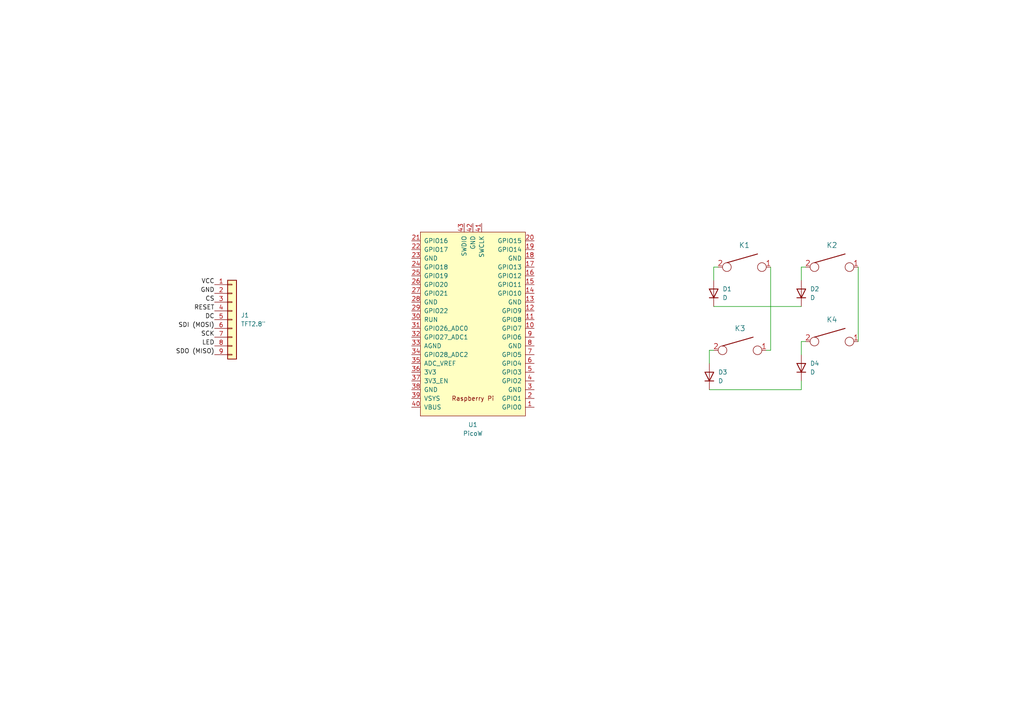
<source format=kicad_sch>
(kicad_sch (version 20231120) (generator "eeschema") (generator_version "8.0")
  (paper "A4")
  (lib_symbols
    (symbol "Connector_Generic:Conn_01x09" (pin_names (offset 1.016) hide)
      (property "Reference" "J" (at 0 12.7 0))
      (property "Value" "Conn_01x09" (at 0 -12.7 0))
      (symbol "Conn_01x09_1_1"
        (rectangle (start -1.27 -10.033) (end 0 -10.287) (stroke (width 0.1524)))
        (rectangle (start -1.27 -7.493) (end 0 -7.747) (stroke (width 0.1524)))
        (rectangle (start -1.27 -4.953) (end 0 -5.207) (stroke (width 0.1524)))
        (rectangle (start -1.27 -2.413) (end 0 -2.667) (stroke (width 0.1524)))
        (rectangle (start -1.27 0.127) (end 0 -0.127) (stroke (width 0.1524)))
        (rectangle (start -1.27 2.667) (end 0 2.413) (stroke (width 0.1524)))
        (rectangle (start -1.27 5.207) (end 0 4.953) (stroke (width 0.1524)))
        (rectangle (start -1.27 7.747) (end 0 7.493) (stroke (width 0.1524)))
        (rectangle (start -1.27 10.287) (end 0 10.033) (stroke (width 0.1524)))
        (rectangle (start -1.27 11.43) (end 1.27 -11.43) (stroke (width 0.254)) (fill (type background)))
        (pin passive line (at -5.08 10.16 0) (length 3.81) (name "Pin_1") (number "1"))
        (pin passive line (at -5.08 7.62 0) (length 3.81) (name "Pin_2") (number "2"))
        (pin passive line (at -5.08 5.08 0) (length 3.81) (name "Pin_3") (number "3"))
        (pin passive line (at -5.08 2.54 0) (length 3.81) (name "Pin_4") (number "4"))
        (pin passive line (at -5.08 0 0) (length 3.81) (name "Pin_5") (number "5"))
        (pin passive line (at -5.08 -2.54 0) (length 3.81) (name "Pin_6") (number "6"))
        (pin passive line (at -5.08 -5.08 0) (length 3.81) (name "Pin_7") (number "7"))
        (pin passive line (at -5.08 -7.62 0) (length 3.81) (name "Pin_8") (number "8"))
        (pin passive line (at -5.08 -10.16 0) (length 3.81) (name "Pin_9") (number "9"))
      )
    )
    (symbol "Device:D" (pin_numbers hide) (pin_names (offset 1.016) hide)
      (property "Reference" "D" (at 0 2.54 0))
      (property "Value" "D" (at 0 -2.54 0))
      (symbol "D_0_1"
        (polyline (pts (xy -1.27 1.27) (xy -1.27 -1.27)) (stroke (width 0.254)))
        (polyline (pts (xy 1.27 0) (xy -1.27 0)))
        (polyline (pts (xy 1.27 1.27) (xy 1.27 -1.27) (xy -1.27 0) (xy 1.27 1.27)) (stroke (width 0.254)))
      )
      (symbol "D_1_1"
        (pin passive line (at -3.81 0 0) (length 2.54) (name "K") (number "1"))
        (pin passive line (at 3.81 0 180) (length 2.54) (name "A") (number "2"))
      )
    )
    (symbol "RPi_Pico:PicoW" (pin_names (offset 1.016))
      (property "Reference" "U" (at -13.97 27.94 0))
      (property "Value" "PicoW" (at 0 19.05 0))
      (symbol "PicoW_0_0"
        (text "Raspberry Pi" (at 0 21.59 0) (effects (font (size 1.27 1.27))))
      )
      (symbol "PicoW_0_1"
        (rectangle (start -15.24 26.67) (end 15.24 -26.67) (fill (type background)))
      )
      (symbol "PicoW_1_1"
        (pin bidirectional line (at -17.78 24.13 0) (length 2.54) (name "GPIO0") (number "1"))
        (pin bidirectional line (at -17.78 1.27 0) (length 2.54) (name "GPIO7") (number "10"))
        (pin bidirectional line (at -17.78 -1.27 0) (length 2.54) (name "GPIO8") (number "11"))
        (pin bidirectional line (at -17.78 -3.81 0) (length 2.54) (name "GPIO9") (number "12"))
        (pin power_in line (at -17.78 -6.35 0) (length 2.54) (name "GND") (number "13"))
        (pin bidirectional line (at -17.78 -8.89 0) (length 2.54) (name "GPIO10") (number "14"))
        (pin bidirectional line (at -17.78 -11.43 0) (length 2.54) (name "GPIO11") (number "15"))
        (pin bidirectional line (at -17.78 -13.97 0) (length 2.54) (name "GPIO12") (number "16"))
        (pin bidirectional line (at -17.78 -16.51 0) (length 2.54) (name "GPIO13") (number "17"))
        (pin power_in line (at -17.78 -19.05 0) (length 2.54) (name "GND") (number "18"))
        (pin bidirectional line (at -17.78 -21.59 0) (length 2.54) (name "GPIO14") (number "19"))
        (pin bidirectional line (at -17.78 21.59 0) (length 2.54) (name "GPIO1") (number "2"))
        (pin bidirectional line (at -17.78 -24.13 0) (length 2.54) (name "GPIO15") (number "20"))
        (pin bidirectional line (at 17.78 -24.13 180) (length 2.54) (name "GPIO16") (number "21"))
        (pin bidirectional line (at 17.78 -21.59 180) (length 2.54) (name "GPIO17") (number "22"))
        (pin power_in line (at 17.78 -19.05 180) (length 2.54) (name "GND") (number "23"))
        (pin bidirectional line (at 17.78 -16.51 180) (length 2.54) (name "GPIO18") (number "24"))
        (pin bidirectional line (at 17.78 -13.97 180) (length 2.54) (name "GPIO19") (number "25"))
        (pin bidirectional line (at 17.78 -11.43 180) (length 2.54) (name "GPIO20") (number "26"))
        (pin bidirectional line (at 17.78 -8.89 180) (length 2.54) (name "GPIO21") (number "27"))
        (pin power_in line (at 17.78 -6.35 180) (length 2.54) (name "GND") (number "28"))
        (pin bidirectional line (at 17.78 -3.81 180) (length 2.54) (name "GPIO22") (number "29"))
        (pin power_in line (at -17.78 19.05 0) (length 2.54) (name "GND") (number "3"))
        (pin input line (at 17.78 -1.27 180) (length 2.54) (name "RUN") (number "30"))
        (pin bidirectional line (at 17.78 1.27 180) (length 2.54) (name "GPIO26_ADC0") (number "31"))
        (pin bidirectional line (at 17.78 3.81 180) (length 2.54) (name "GPIO27_ADC1") (number "32"))
        (pin power_in line (at 17.78 6.35 180) (length 2.54) (name "AGND") (number "33"))
        (pin bidirectional line (at 17.78 8.89 180) (length 2.54) (name "GPIO28_ADC2") (number "34"))
        (pin unspecified line (at 17.78 11.43 180) (length 2.54) (name "ADC_VREF") (number "35"))
        (pin unspecified line (at 17.78 13.97 180) (length 2.54) (name "3V3") (number "36"))
        (pin input line (at 17.78 16.51 180) (length 2.54) (name "3V3_EN") (number "37"))
        (pin bidirectional line (at 17.78 19.05 180) (length 2.54) (name "GND") (number "38"))
        (pin unspecified line (at 17.78 21.59 180) (length 2.54) (name "VSYS") (number "39"))
        (pin bidirectional line (at -17.78 16.51 0) (length 2.54) (name "GPIO2") (number "4"))
        (pin unspecified line (at 17.78 24.13 180) (length 2.54) (name "VBUS") (number "40"))
        (pin input line (at -2.54 -29.21 90) (length 2.54) (name "SWCLK") (number "41"))
        (pin power_in line (at 0 -29.21 90) (length 2.54) (name "GND") (number "42"))
        (pin bidirectional line (at 2.54 -29.21 90) (length 2.54) (name "SWDIO") (number "43"))
        (pin bidirectional line (at -17.78 13.97 0) (length 2.54) (name "GPIO3") (number "5"))
        (pin bidirectional line (at -17.78 11.43 0) (length 2.54) (name "GPIO4") (number "6"))
        (pin bidirectional line (at -17.78 8.89 0) (length 2.54) (name "GPIO5") (number "7"))
        (pin power_in line (at -17.78 6.35 0) (length 2.54) (name "GND") (number "8"))
        (pin bidirectional line (at -17.78 3.81 0) (length 2.54) (name "GPIO6") (number "9"))
      )
    )
    (symbol "keyboard_parts:KEYSW" (pin_names (offset 1.016))
      (property "Reference" "K?" (at -1.27 0 0))
      (symbol "KEYSW_0_1"
        (circle (center -5.08 0) (radius 1.27))
        (polyline (pts (xy -5.08 1.27) (xy 3.81 3.81)) (stroke (width 0.254)))
        (circle (center 5.08 0) (radius 1.27))
      )
      (symbol "KEYSW_1_1"
        (pin passive line (at 7.62 0 180) (length 1.27) (name "~") (number "1"))
        (pin passive line (at -7.62 0 0) (length 1.27) (name "~") (number "2"))
      )
    )
  )
  (wire (pts (xy 232.41 113.03) (xy 232.41 110.49)))
  (wire (pts (xy 232.41 102.87) (xy 232.41 99.06)))
  (wire (pts (xy 248.92 77.47) (xy 248.92 99.06)))
  (wire (pts (xy 207.01 81.28) (xy 207.01 77.47)))
  (wire (pts (xy 207.01 77.47) (xy 208.28 77.47)))
  (wire (pts (xy 223.52 101.6) (xy 222.25 101.6)))
  (wire (pts (xy 232.41 77.47) (xy 233.68 77.47)))
  (wire (pts (xy 232.41 81.28) (xy 232.41 77.47)))
  (wire (pts (xy 205.74 101.6) (xy 207.01 101.6)))
  (wire (pts (xy 223.52 77.47) (xy 223.52 101.6)))
  (wire (pts (xy 205.74 105.41) (xy 205.74 101.6)))
  (wire (pts (xy 205.74 113.03) (xy 232.41 113.03)))
  (wire (pts (xy 207.01 88.9) (xy 232.41 88.9)))
  (wire (pts (xy 232.41 99.06) (xy 233.68 99.06)))
  (label "CS" (at 62.23 87.63 180))
  (label "SDO (MISO)" (at 62.23 102.87 180))
  (label "GND" (at 62.23 85.09 180))
  (label "SCK" (at 62.23 97.79 180))
  (label "RESET" (at 62.23 90.17 180))
  (label "DC" (at 62.23 92.71 180))
  (label "LED" (at 62.23 100.33 180))
  (label "VCC" (at 62.23 82.55 180))
  (label "SDI (MOSI)" (at 62.23 95.25 180))
  (symbol (lib_id "keyboard_parts:KEYSW") (at 215.9 77.47 0) (unit 1)
    (property "Reference" "K1" (at 215.9 71.12 0) (effects (font (size 1.524 1.524))))
    (property "Value" "KEYSW" (effects (hide yes)))
  )
  (symbol (lib_id "keyboard_parts:KEYSW") (at 241.3 77.47 0) (unit 1)
    (property "Reference" "K2" (at 241.3 71.12 0) (effects (font (size 1.524 1.524))))
    (property "Value" "KEYSW" (effects (hide yes)))
  )
  (symbol (lib_id "Device:D") (at 207.01 85.09 90) (unit 1)
    (property "Reference" "D1" (at 209.55 83.8199 90) (effects (justify right)))
    (property "Value" "D" (at 209.55 86.3599 90) (effects (justify right)))
    (property "Description" "Diode" (effects (hide yes)))
    (property "Sim.Device" "D" (effects (hide yes)))
    (property "Sim.Pins" "1=K 2=A" (effects (hide yes)))
  )
  (symbol (lib_id "Connector_Generic:Conn_01x09") (at 67.31 92.71 0) (unit 1)
    (property "Reference" "J1" (at 69.85 91.4399 0) (effects (justify left)))
    (property "Value" "TFT2.8\"" (at 69.85 93.9799 0) (effects (justify left)))
    (property "Description" "Generic connector, single row, 01x09, script generated (kicad-library-utils/schlib/autogen/connector/)" (effects (hide yes)))
  )
  (symbol (lib_id "Device:D") (at 232.41 85.09 90) (unit 1)
    (property "Reference" "D2" (at 234.95 83.8199 90) (effects (justify right)))
    (property "Value" "D" (at 234.95 86.3599 90) (effects (justify right)))
    (property "Description" "Diode" (effects (hide yes)))
    (property "Sim.Device" "D" (effects (hide yes)))
    (property "Sim.Pins" "1=K 2=A" (effects (hide yes)))
  )
  (symbol (lib_id "RPi_Pico:PicoW") (at 137.16 93.98 180) (unit 1)
    (property "Reference" "U1" (at 137.16 123.19 0))
    (property "Value" "PicoW" (at 137.16 125.73 0))
    (property "Footprint" "RPi_PicoW:RPi_Pico_SMD_TH" (effects (hide yes)))
  )
  (symbol (lib_id "Device:D") (at 232.41 106.68 90) (unit 1)
    (property "Reference" "D4" (at 234.95 105.4099 90) (effects (justify right)))
    (property "Value" "D" (at 234.95 107.9499 90) (effects (justify right)))
    (property "Description" "Diode" (effects (hide yes)))
    (property "Sim.Device" "D" (effects (hide yes)))
    (property "Sim.Pins" "1=K 2=A" (effects (hide yes)))
  )
  (symbol (lib_id "Device:D") (at 205.74 109.22 90) (unit 1)
    (property "Reference" "D3" (at 208.28 107.9499 90) (effects (justify right)))
    (property "Value" "D" (at 208.28 110.4899 90) (effects (justify right)))
    (property "Description" "Diode" (effects (hide yes)))
    (property "Sim.Device" "D" (effects (hide yes)))
    (property "Sim.Pins" "1=K 2=A" (effects (hide yes)))
  )
  (symbol (lib_id "keyboard_parts:KEYSW") (at 241.3 99.06 0) (unit 1)
    (property "Reference" "K4" (at 241.3 92.71 0) (effects (font (size 1.524 1.524))))
    (property "Value" "KEYSW" (effects (hide yes)))
  )
  (symbol (lib_id "keyboard_parts:KEYSW") (at 214.63 101.6 0) (unit 1)
    (property "Reference" "K3" (at 214.63 95.25 0) (effects (font (size 1.524 1.524))))
    (property "Value" "KEYSW" (effects (hide yes)))
  )
)
</source>
